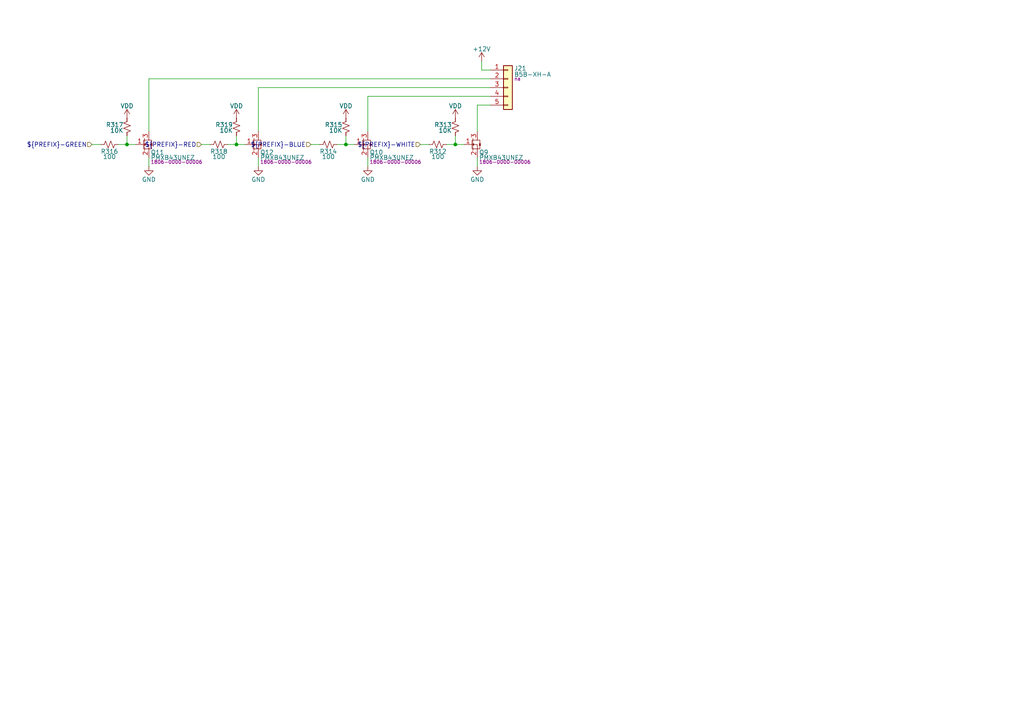
<source format=kicad_sch>
(kicad_sch
	(version 20250114)
	(generator "eeschema")
	(generator_version "9.0")
	(uuid "7bc1f2b6-a1f2-4269-8283-41e70cb464e3")
	(paper "A4")
	(title_block
		(title "Benchy Motherboard AM625 - Lighting RGBW Channel 3")
		(rev "REV1")
		(company "Daxxn Industries")
		(comment 4 "Small net labels (≤0.65) are for clarity and do not connect to other nets.")
	)
	(lib_symbols
		(symbol "DX_Connector_JST:B5B-XH-A"
			(pin_names
				(offset 1.016)
				(hide yes)
			)
			(exclude_from_sim no)
			(in_bom yes)
			(on_board yes)
			(property "Reference" "J"
				(at 1.778 5.588 0)
				(effects
					(font
						(size 1.27 1.27)
					)
					(justify left)
				)
			)
			(property "Value" "B5B-XH-A"
				(at 1.778 3.81 0)
				(effects
					(font
						(size 1.27 1.27)
					)
					(justify left)
				)
			)
			(property "Footprint" "Daxxn_Connectors_JST:B5B-XH-A"
				(at 0 10.16 0)
				(effects
					(font
						(size 1.27 1.27)
					)
					(hide yes)
				)
			)
			(property "Datasheet" "${DATASHEETS}/eXH.pdf"
				(at 0 13.208 0)
				(effects
					(font
						(size 1.27 1.27)
					)
					(hide yes)
				)
			)
			(property "Description" "Connector Header Through Hole 5 position 0.098\" (2.50mm)"
				(at 0 11.684 0)
				(effects
					(font
						(size 1.27 1.27)
					)
					(hide yes)
				)
			)
			(property "PartNumber" "na"
				(at 1.778 2.54 0)
				(effects
					(font
						(size 1 1)
					)
					(justify left)
				)
			)
			(property "ki_keywords" "connector jst xh"
				(at 0 0 0)
				(effects
					(font
						(size 1.27 1.27)
					)
					(hide yes)
				)
			)
			(property "ki_fp_filters" "Connector*:*_1x??_*"
				(at 0 0 0)
				(effects
					(font
						(size 1.27 1.27)
					)
					(hide yes)
				)
			)
			(symbol "B5B-XH-A_1_1"
				(rectangle
					(start -1.27 6.35)
					(end 1.27 -6.35)
					(stroke
						(width 0.254)
						(type default)
					)
					(fill
						(type background)
					)
				)
				(rectangle
					(start -1.27 5.207)
					(end 0 4.953)
					(stroke
						(width 0.1524)
						(type default)
					)
					(fill
						(type none)
					)
				)
				(rectangle
					(start -1.27 2.667)
					(end 0 2.413)
					(stroke
						(width 0.1524)
						(type default)
					)
					(fill
						(type none)
					)
				)
				(rectangle
					(start -1.27 0.127)
					(end 0 -0.127)
					(stroke
						(width 0.1524)
						(type default)
					)
					(fill
						(type none)
					)
				)
				(rectangle
					(start -1.27 -2.413)
					(end 0 -2.667)
					(stroke
						(width 0.1524)
						(type default)
					)
					(fill
						(type none)
					)
				)
				(rectangle
					(start -1.27 -4.953)
					(end 0 -5.207)
					(stroke
						(width 0.1524)
						(type default)
					)
					(fill
						(type none)
					)
				)
				(pin passive line
					(at -5.08 5.08 0)
					(length 3.81)
					(name "Pin_1"
						(effects
							(font
								(size 1.27 1.27)
							)
						)
					)
					(number "1"
						(effects
							(font
								(size 1.27 1.27)
							)
						)
					)
				)
				(pin passive line
					(at -5.08 2.54 0)
					(length 3.81)
					(name "Pin_2"
						(effects
							(font
								(size 1.27 1.27)
							)
						)
					)
					(number "2"
						(effects
							(font
								(size 1.27 1.27)
							)
						)
					)
				)
				(pin passive line
					(at -5.08 0 0)
					(length 3.81)
					(name "Pin_3"
						(effects
							(font
								(size 1.27 1.27)
							)
						)
					)
					(number "3"
						(effects
							(font
								(size 1.27 1.27)
							)
						)
					)
				)
				(pin passive line
					(at -5.08 -2.54 0)
					(length 3.81)
					(name "Pin_4"
						(effects
							(font
								(size 1.27 1.27)
							)
						)
					)
					(number "4"
						(effects
							(font
								(size 1.27 1.27)
							)
						)
					)
				)
				(pin passive line
					(at -5.08 -5.08 0)
					(length 3.81)
					(name "Pin_5"
						(effects
							(font
								(size 1.27 1.27)
							)
						)
					)
					(number "5"
						(effects
							(font
								(size 1.27 1.27)
							)
						)
					)
				)
			)
			(embedded_fonts no)
		)
		(symbol "DX_Resistor:RC0402JR-07100RL"
			(pin_numbers
				(hide yes)
			)
			(pin_names
				(offset 0.254)
				(hide yes)
			)
			(exclude_from_sim no)
			(in_bom yes)
			(on_board yes)
			(property "Reference" "R"
				(at 1.016 0.635 0)
				(effects
					(font
						(size 1.27 1.27)
					)
					(justify left)
				)
			)
			(property "Value" "100"
				(at 1.016 -1.016 0)
				(effects
					(font
						(size 1.27 1.27)
					)
					(justify left)
				)
			)
			(property "Footprint" "Daxxn_Standard_Resistors:RES_0402"
				(at 0 5.334 0)
				(effects
					(font
						(size 1.27 1.27)
					)
					(hide yes)
				)
			)
			(property "Datasheet" "${DATASHEETS}/RC-Series.pdf"
				(at 0 6.35 0)
				(effects
					(font
						(size 1.27 1.27)
					)
					(hide yes)
				)
			)
			(property "Description" "RES 100 OHM 5% 1/16W 0402"
				(at 0 3.81 0)
				(effects
					(font
						(size 1.27 1.27)
					)
					(hide yes)
				)
			)
			(property "PartNumber" "0204-0000-00011"
				(at 0 7.874 0)
				(effects
					(font
						(size 1.27 1.27)
					)
					(hide yes)
				)
			)
			(property "ki_keywords" "r resistor daxxn"
				(at 0 0 0)
				(effects
					(font
						(size 1.27 1.27)
					)
					(hide yes)
				)
			)
			(property "ki_fp_filters" "R_*"
				(at 0 0 0)
				(effects
					(font
						(size 1.27 1.27)
					)
					(hide yes)
				)
			)
			(symbol "RC0402JR-07100RL_1_1"
				(polyline
					(pts
						(xy 0 1.524) (xy 1.016 1.143) (xy 0 0.762) (xy -1.016 0.381) (xy 0 0)
					)
					(stroke
						(width 0)
						(type default)
					)
					(fill
						(type none)
					)
				)
				(polyline
					(pts
						(xy 0 0) (xy 1.016 -0.381) (xy 0 -0.762) (xy -1.016 -1.143) (xy 0 -1.524)
					)
					(stroke
						(width 0)
						(type default)
					)
					(fill
						(type none)
					)
				)
				(pin passive line
					(at 0 2.54 270)
					(length 1.016)
					(name "~"
						(effects
							(font
								(size 1.27 1.27)
							)
						)
					)
					(number "1"
						(effects
							(font
								(size 1.27 1.27)
							)
						)
					)
				)
				(pin passive line
					(at 0 -2.54 90)
					(length 1.016)
					(name "~"
						(effects
							(font
								(size 1.27 1.27)
							)
						)
					)
					(number "2"
						(effects
							(font
								(size 1.27 1.27)
							)
						)
					)
				)
			)
			(embedded_fonts no)
		)
		(symbol "DX_Resistor:RC0402JR-0710KL"
			(pin_numbers
				(hide yes)
			)
			(pin_names
				(offset 0.254)
				(hide yes)
			)
			(exclude_from_sim no)
			(in_bom yes)
			(on_board yes)
			(property "Reference" "R"
				(at 1.016 0.635 0)
				(effects
					(font
						(size 1.27 1.27)
					)
					(justify left)
				)
			)
			(property "Value" "10K"
				(at 1.016 -1.016 0)
				(effects
					(font
						(size 1.27 1.27)
					)
					(justify left)
				)
			)
			(property "Footprint" "Daxxn_Standard_Resistors:RES_0402"
				(at 0 5.334 0)
				(effects
					(font
						(size 1.27 1.27)
					)
					(hide yes)
				)
			)
			(property "Datasheet" "${DATASHEETS}/RC-Series.pdf"
				(at 0 6.35 0)
				(effects
					(font
						(size 1.27 1.27)
					)
					(hide yes)
				)
			)
			(property "Description" "RES 10K OHM 5% 1/16W 0402"
				(at 0 3.81 0)
				(effects
					(font
						(size 1.27 1.27)
					)
					(hide yes)
				)
			)
			(property "PartNumber" "0204-0000-00016"
				(at 0 8.128 0)
				(effects
					(font
						(size 1.27 1.27)
					)
					(hide yes)
				)
			)
			(property "ki_keywords" "r resistor daxxn"
				(at 0 0 0)
				(effects
					(font
						(size 1.27 1.27)
					)
					(hide yes)
				)
			)
			(property "ki_fp_filters" "R_*"
				(at 0 0 0)
				(effects
					(font
						(size 1.27 1.27)
					)
					(hide yes)
				)
			)
			(symbol "RC0402JR-0710KL_1_1"
				(polyline
					(pts
						(xy 0 1.524) (xy 1.016 1.143) (xy 0 0.762) (xy -1.016 0.381) (xy 0 0)
					)
					(stroke
						(width 0)
						(type default)
					)
					(fill
						(type none)
					)
				)
				(polyline
					(pts
						(xy 0 0) (xy 1.016 -0.381) (xy 0 -0.762) (xy -1.016 -1.143) (xy 0 -1.524)
					)
					(stroke
						(width 0)
						(type default)
					)
					(fill
						(type none)
					)
				)
				(pin passive line
					(at 0 2.54 270)
					(length 1.016)
					(name "~"
						(effects
							(font
								(size 1.27 1.27)
							)
						)
					)
					(number "1"
						(effects
							(font
								(size 1.27 1.27)
							)
						)
					)
				)
				(pin passive line
					(at 0 -2.54 90)
					(length 1.016)
					(name "~"
						(effects
							(font
								(size 1.27 1.27)
							)
						)
					)
					(number "2"
						(effects
							(font
								(size 1.27 1.27)
							)
						)
					)
				)
			)
			(embedded_fonts no)
		)
		(symbol "DX_Transistor_MOSFET:PMXB43UNEZ"
			(exclude_from_sim no)
			(in_bom yes)
			(on_board yes)
			(property "Reference" "Q"
				(at 2.794 1.778 0)
				(effects
					(font
						(size 1.27 1.27)
					)
					(justify left)
				)
			)
			(property "Value" "PMXB43UNEZ"
				(at 2.794 0 0)
				(effects
					(font
						(size 1.27 1.27)
					)
					(justify left)
				)
			)
			(property "Footprint" "Daxxn_Packages:DFN1010D-3"
				(at 1.27 8.382 0)
				(effects
					(font
						(size 1.27 1.27)
					)
					(hide yes)
				)
			)
			(property "Datasheet" "%LOCAL_DATASHEETS%/PMXB43UNE.pdf"
				(at 1.27 5.842 0)
				(effects
					(font
						(size 1.27 1.27)
					)
					(hide yes)
				)
			)
			(property "Description" "N-Channel 20 V 3.2A (Ta) 400mW (Ta), 8.33W (Tc) Surface Mount DFN1010D-3"
				(at 0 7.112 0)
				(effects
					(font
						(size 1.27 1.27)
					)
					(hide yes)
				)
			)
			(property "PartNumber" "1806-0000-00006"
				(at 2.794 -1.524 0)
				(effects
					(font
						(size 1 1)
					)
					(justify left)
				)
			)
			(property "ki_keywords" "n-ch mosfet fet"
				(at 0 0 0)
				(effects
					(font
						(size 1.27 1.27)
					)
					(hide yes)
				)
			)
			(symbol "PMXB43UNEZ_0_0"
				(pin input line
					(at -2.54 0 0)
					(length 2.25)
					(name "G"
						(effects
							(font
								(size 0 0)
							)
						)
					)
					(number "1"
						(effects
							(font
								(size 1.27 1.27)
							)
						)
					)
				)
				(pin bidirectional line
					(at 1.27 3.81 270)
					(length 2.54)
					(name "D"
						(effects
							(font
								(size 0 0)
							)
						)
					)
					(number "3"
						(effects
							(font
								(size 1.27 1.27)
							)
						)
					)
				)
				(pin bidirectional line
					(at 1.27 -3.81 90)
					(length 2.54)
					(name "S"
						(effects
							(font
								(size 0 0)
							)
						)
					)
					(number "2"
						(effects
							(font
								(size 1.27 1.27)
							)
						)
					)
				)
			)
			(symbol "PMXB43UNEZ_0_1"
				(polyline
					(pts
						(xy -0.254 -1.27) (xy -0.254 1.27)
					)
					(stroke
						(width 0)
						(type default)
					)
					(fill
						(type none)
					)
				)
				(polyline
					(pts
						(xy 0 1.778) (xy 0 0.762)
					)
					(stroke
						(width 0)
						(type default)
					)
					(fill
						(type none)
					)
				)
				(polyline
					(pts
						(xy 0 1.27) (xy 1.27 1.27) (xy 1.27 1.27)
					)
					(stroke
						(width 0)
						(type default)
					)
					(fill
						(type none)
					)
				)
				(polyline
					(pts
						(xy 0 0) (xy 0.254 0.254) (xy 0.254 -0.254) (xy 0 0)
					)
					(stroke
						(width 0)
						(type default)
					)
					(fill
						(type none)
					)
				)
				(polyline
					(pts
						(xy 0 -0.508) (xy 0 0.508)
					)
					(stroke
						(width 0)
						(type default)
					)
					(fill
						(type none)
					)
				)
				(polyline
					(pts
						(xy 0 -1.27) (xy 1.27 -1.27) (xy 1.27 -1.27)
					)
					(stroke
						(width 0)
						(type default)
					)
					(fill
						(type none)
					)
				)
				(polyline
					(pts
						(xy 0 -1.778) (xy 0 -0.762)
					)
					(stroke
						(width 0)
						(type default)
					)
					(fill
						(type none)
					)
				)
				(polyline
					(pts
						(xy 1.27 -1.27) (xy 1.27 0) (xy 0 0)
					)
					(stroke
						(width 0)
						(type default)
					)
					(fill
						(type none)
					)
				)
				(polyline
					(pts
						(xy 1.27 -1.27) (xy 2.032 -1.27) (xy 2.032 1.27) (xy 1.27 1.27)
					)
					(stroke
						(width 0)
						(type default)
					)
					(fill
						(type none)
					)
				)
				(polyline
					(pts
						(xy 1.778 0.254) (xy 2.286 0.254)
					)
					(stroke
						(width 0)
						(type default)
					)
					(fill
						(type none)
					)
				)
				(polyline
					(pts
						(xy 2.032 0.254) (xy 1.778 -0.254) (xy 2.286 -0.254) (xy 2.032 0.254)
					)
					(stroke
						(width 0)
						(type default)
					)
					(fill
						(type outline)
					)
				)
			)
			(embedded_fonts no)
		)
		(symbol "power:+12V"
			(power)
			(pin_numbers
				(hide yes)
			)
			(pin_names
				(offset 0)
				(hide yes)
			)
			(exclude_from_sim no)
			(in_bom yes)
			(on_board yes)
			(property "Reference" "#PWR"
				(at 0 -3.81 0)
				(effects
					(font
						(size 1.27 1.27)
					)
					(hide yes)
				)
			)
			(property "Value" "+12V"
				(at 0 3.556 0)
				(effects
					(font
						(size 1.27 1.27)
					)
				)
			)
			(property "Footprint" ""
				(at 0 0 0)
				(effects
					(font
						(size 1.27 1.27)
					)
					(hide yes)
				)
			)
			(property "Datasheet" ""
				(at 0 0 0)
				(effects
					(font
						(size 1.27 1.27)
					)
					(hide yes)
				)
			)
			(property "Description" "Power symbol creates a global label with name \"+12V\""
				(at 0 0 0)
				(effects
					(font
						(size 1.27 1.27)
					)
					(hide yes)
				)
			)
			(property "ki_keywords" "global power"
				(at 0 0 0)
				(effects
					(font
						(size 1.27 1.27)
					)
					(hide yes)
				)
			)
			(symbol "+12V_0_1"
				(polyline
					(pts
						(xy -0.762 1.27) (xy 0 2.54)
					)
					(stroke
						(width 0)
						(type default)
					)
					(fill
						(type none)
					)
				)
				(polyline
					(pts
						(xy 0 2.54) (xy 0.762 1.27)
					)
					(stroke
						(width 0)
						(type default)
					)
					(fill
						(type none)
					)
				)
				(polyline
					(pts
						(xy 0 0) (xy 0 2.54)
					)
					(stroke
						(width 0)
						(type default)
					)
					(fill
						(type none)
					)
				)
			)
			(symbol "+12V_1_1"
				(pin power_in line
					(at 0 0 90)
					(length 0)
					(name "~"
						(effects
							(font
								(size 1.27 1.27)
							)
						)
					)
					(number "1"
						(effects
							(font
								(size 1.27 1.27)
							)
						)
					)
				)
			)
			(embedded_fonts no)
		)
		(symbol "power:GND"
			(power)
			(pin_numbers
				(hide yes)
			)
			(pin_names
				(offset 0)
				(hide yes)
			)
			(exclude_from_sim no)
			(in_bom yes)
			(on_board yes)
			(property "Reference" "#PWR"
				(at 0 -6.35 0)
				(effects
					(font
						(size 1.27 1.27)
					)
					(hide yes)
				)
			)
			(property "Value" "GND"
				(at 0 -3.81 0)
				(effects
					(font
						(size 1.27 1.27)
					)
				)
			)
			(property "Footprint" ""
				(at 0 0 0)
				(effects
					(font
						(size 1.27 1.27)
					)
					(hide yes)
				)
			)
			(property "Datasheet" ""
				(at 0 0 0)
				(effects
					(font
						(size 1.27 1.27)
					)
					(hide yes)
				)
			)
			(property "Description" "Power symbol creates a global label with name \"GND\" , ground"
				(at 0 0 0)
				(effects
					(font
						(size 1.27 1.27)
					)
					(hide yes)
				)
			)
			(property "ki_keywords" "global power"
				(at 0 0 0)
				(effects
					(font
						(size 1.27 1.27)
					)
					(hide yes)
				)
			)
			(symbol "GND_0_1"
				(polyline
					(pts
						(xy 0 0) (xy 0 -1.27) (xy 1.27 -1.27) (xy 0 -2.54) (xy -1.27 -1.27) (xy 0 -1.27)
					)
					(stroke
						(width 0)
						(type default)
					)
					(fill
						(type none)
					)
				)
			)
			(symbol "GND_1_1"
				(pin power_in line
					(at 0 0 270)
					(length 0)
					(name "~"
						(effects
							(font
								(size 1.27 1.27)
							)
						)
					)
					(number "1"
						(effects
							(font
								(size 1.27 1.27)
							)
						)
					)
				)
			)
			(embedded_fonts no)
		)
		(symbol "power:VDD"
			(power)
			(pin_numbers
				(hide yes)
			)
			(pin_names
				(offset 0)
				(hide yes)
			)
			(exclude_from_sim no)
			(in_bom yes)
			(on_board yes)
			(property "Reference" "#PWR"
				(at 0 -3.81 0)
				(effects
					(font
						(size 1.27 1.27)
					)
					(hide yes)
				)
			)
			(property "Value" "VDD"
				(at 0 3.556 0)
				(effects
					(font
						(size 1.27 1.27)
					)
				)
			)
			(property "Footprint" ""
				(at 0 0 0)
				(effects
					(font
						(size 1.27 1.27)
					)
					(hide yes)
				)
			)
			(property "Datasheet" ""
				(at 0 0 0)
				(effects
					(font
						(size 1.27 1.27)
					)
					(hide yes)
				)
			)
			(property "Description" "Power symbol creates a global label with name \"VDD\""
				(at 0 0 0)
				(effects
					(font
						(size 1.27 1.27)
					)
					(hide yes)
				)
			)
			(property "ki_keywords" "global power"
				(at 0 0 0)
				(effects
					(font
						(size 1.27 1.27)
					)
					(hide yes)
				)
			)
			(symbol "VDD_0_1"
				(polyline
					(pts
						(xy -0.762 1.27) (xy 0 2.54)
					)
					(stroke
						(width 0)
						(type default)
					)
					(fill
						(type none)
					)
				)
				(polyline
					(pts
						(xy 0 2.54) (xy 0.762 1.27)
					)
					(stroke
						(width 0)
						(type default)
					)
					(fill
						(type none)
					)
				)
				(polyline
					(pts
						(xy 0 0) (xy 0 2.54)
					)
					(stroke
						(width 0)
						(type default)
					)
					(fill
						(type none)
					)
				)
			)
			(symbol "VDD_1_1"
				(pin power_in line
					(at 0 0 90)
					(length 0)
					(name "~"
						(effects
							(font
								(size 1.27 1.27)
							)
						)
					)
					(number "1"
						(effects
							(font
								(size 1.27 1.27)
							)
						)
					)
				)
			)
			(embedded_fonts no)
		)
	)
	(junction
		(at 36.83 41.91)
		(diameter 0)
		(color 0 0 0 0)
		(uuid "2a037154-1f38-41f8-a4d2-c99390c134e4")
	)
	(junction
		(at 132.08 41.91)
		(diameter 0)
		(color 0 0 0 0)
		(uuid "52965aa1-4484-436e-93e7-c727dc11bd14")
	)
	(junction
		(at 100.33 41.91)
		(diameter 0)
		(color 0 0 0 0)
		(uuid "cd320425-f725-4188-93f8-2f6ac8ff38d3")
	)
	(junction
		(at 68.58 41.91)
		(diameter 0)
		(color 0 0 0 0)
		(uuid "f28e6a72-a942-4140-8271-cc76aa60f0e5")
	)
	(wire
		(pts
			(xy 129.54 41.91) (xy 132.08 41.91)
		)
		(stroke
			(width 0)
			(type default)
		)
		(uuid "0ac52848-3246-487b-a95d-9ada01611586")
	)
	(wire
		(pts
			(xy 43.18 45.72) (xy 43.18 48.26)
		)
		(stroke
			(width 0)
			(type default)
		)
		(uuid "0d3cad57-ad30-4b8d-8052-fd4cc20f5670")
	)
	(wire
		(pts
			(xy 68.58 39.37) (xy 68.58 41.91)
		)
		(stroke
			(width 0)
			(type default)
		)
		(uuid "0e30dbc8-c5a8-41c9-9127-0725958fc1b4")
	)
	(wire
		(pts
			(xy 106.68 27.94) (xy 142.24 27.94)
		)
		(stroke
			(width 0)
			(type default)
		)
		(uuid "10f2f86e-557c-463f-9341-01708f88c62f")
	)
	(wire
		(pts
			(xy 68.58 41.91) (xy 71.12 41.91)
		)
		(stroke
			(width 0)
			(type default)
		)
		(uuid "25f97c0a-69a0-42d6-8df1-b5d24eaee8bf")
	)
	(wire
		(pts
			(xy 36.83 41.91) (xy 39.37 41.91)
		)
		(stroke
			(width 0)
			(type default)
		)
		(uuid "26fb1218-14f3-45f3-b64c-084b685eb2de")
	)
	(wire
		(pts
			(xy 58.42 41.91) (xy 60.96 41.91)
		)
		(stroke
			(width 0)
			(type default)
		)
		(uuid "2e668468-913b-4004-83a0-01e41600efa5")
	)
	(wire
		(pts
			(xy 138.43 45.72) (xy 138.43 48.26)
		)
		(stroke
			(width 0)
			(type default)
		)
		(uuid "2eb2a30a-a52d-4682-97c6-032c0df1fc82")
	)
	(wire
		(pts
			(xy 97.79 41.91) (xy 100.33 41.91)
		)
		(stroke
			(width 0)
			(type default)
		)
		(uuid "3c2d93d1-d667-4484-ae3d-d2e808c707b7")
	)
	(wire
		(pts
			(xy 34.29 41.91) (xy 36.83 41.91)
		)
		(stroke
			(width 0)
			(type default)
		)
		(uuid "3d26c0a4-435b-426a-a37b-68556f06de77")
	)
	(wire
		(pts
			(xy 100.33 39.37) (xy 100.33 41.91)
		)
		(stroke
			(width 0)
			(type default)
		)
		(uuid "4138a3f9-e0f9-4b0c-a441-5bedb0f25c36")
	)
	(wire
		(pts
			(xy 106.68 38.1) (xy 106.68 27.94)
		)
		(stroke
			(width 0)
			(type default)
		)
		(uuid "46e4022d-0131-47f8-bea4-1e5f26426447")
	)
	(wire
		(pts
			(xy 74.93 25.4) (xy 142.24 25.4)
		)
		(stroke
			(width 0)
			(type default)
		)
		(uuid "4b50c1c5-dccc-4468-bd45-d7d3008423ad")
	)
	(wire
		(pts
			(xy 26.67 41.91) (xy 29.21 41.91)
		)
		(stroke
			(width 0)
			(type default)
		)
		(uuid "6956dca8-cdcc-4a5e-aaa5-80e03ebc47cf")
	)
	(wire
		(pts
			(xy 121.92 41.91) (xy 124.46 41.91)
		)
		(stroke
			(width 0)
			(type default)
		)
		(uuid "6f27f10c-446e-455e-a796-53b366ae3f10")
	)
	(wire
		(pts
			(xy 43.18 22.86) (xy 43.18 38.1)
		)
		(stroke
			(width 0)
			(type default)
		)
		(uuid "7ec6061a-4f35-4372-820f-8ed3f49f5b6a")
	)
	(wire
		(pts
			(xy 66.04 41.91) (xy 68.58 41.91)
		)
		(stroke
			(width 0)
			(type default)
		)
		(uuid "835dee89-4398-4463-b2a4-a26135dbb332")
	)
	(wire
		(pts
			(xy 106.68 45.72) (xy 106.68 48.26)
		)
		(stroke
			(width 0)
			(type default)
		)
		(uuid "85ce2b19-c7d9-4bd4-ba4e-460a2bbfb3fc")
	)
	(wire
		(pts
			(xy 36.83 39.37) (xy 36.83 41.91)
		)
		(stroke
			(width 0)
			(type default)
		)
		(uuid "b9eefe92-81a3-4db4-a9a1-32f45c3e53fd")
	)
	(wire
		(pts
			(xy 142.24 22.86) (xy 43.18 22.86)
		)
		(stroke
			(width 0)
			(type default)
		)
		(uuid "c6623145-1051-40a6-9ed8-d28a10351ddb")
	)
	(wire
		(pts
			(xy 100.33 41.91) (xy 102.87 41.91)
		)
		(stroke
			(width 0)
			(type default)
		)
		(uuid "cb45d446-c5bd-4a61-a2b2-1d81287348e1")
	)
	(wire
		(pts
			(xy 138.43 30.48) (xy 142.24 30.48)
		)
		(stroke
			(width 0)
			(type default)
		)
		(uuid "d0361a4c-9eb3-482f-8db7-7a07dcc12dfa")
	)
	(wire
		(pts
			(xy 132.08 41.91) (xy 134.62 41.91)
		)
		(stroke
			(width 0)
			(type default)
		)
		(uuid "d0c7f993-854e-4268-8004-225da2c5b66c")
	)
	(wire
		(pts
			(xy 132.08 39.37) (xy 132.08 41.91)
		)
		(stroke
			(width 0)
			(type default)
		)
		(uuid "daecf87d-5a12-400a-aebd-b3e34335aaaa")
	)
	(wire
		(pts
			(xy 142.24 20.32) (xy 139.7 20.32)
		)
		(stroke
			(width 0)
			(type default)
		)
		(uuid "deb3b04b-5019-4a12-98ae-6b2f0d747595")
	)
	(wire
		(pts
			(xy 74.93 45.72) (xy 74.93 48.26)
		)
		(stroke
			(width 0)
			(type default)
		)
		(uuid "e2770868-1ec7-48a6-ae78-b013c20335ae")
	)
	(wire
		(pts
			(xy 138.43 38.1) (xy 138.43 30.48)
		)
		(stroke
			(width 0)
			(type default)
		)
		(uuid "e34edc75-fd0c-4371-8c60-521bc5862524")
	)
	(wire
		(pts
			(xy 139.7 17.78) (xy 139.7 20.32)
		)
		(stroke
			(width 0)
			(type default)
		)
		(uuid "e70aba15-39b1-4e1c-bde1-b1051a37f7e8")
	)
	(wire
		(pts
			(xy 90.17 41.91) (xy 92.71 41.91)
		)
		(stroke
			(width 0)
			(type default)
		)
		(uuid "e85b1d42-d68c-4ad4-aec7-dd91a4df8be1")
	)
	(wire
		(pts
			(xy 74.93 38.1) (xy 74.93 25.4)
		)
		(stroke
			(width 0)
			(type default)
		)
		(uuid "f05984bb-6132-4492-98ad-348ae29e866b")
	)
	(hierarchical_label "${PREFIX}-BLUE"
		(shape input)
		(at 90.17 41.91 180)
		(effects
			(font
				(size 1.27 1.27)
			)
			(justify right)
		)
		(uuid "15ba4dd6-da20-4241-a575-2d5898b8111d")
	)
	(hierarchical_label "${PREFIX}-WHITE"
		(shape input)
		(at 121.92 41.91 180)
		(effects
			(font
				(size 1.27 1.27)
			)
			(justify right)
		)
		(uuid "7c732ba2-cace-47bf-b551-3e57981c780c")
	)
	(hierarchical_label "${PREFIX}-RED"
		(shape input)
		(at 58.42 41.91 180)
		(effects
			(font
				(size 1.27 1.27)
			)
			(justify right)
		)
		(uuid "cafc3af0-4119-4a26-8ffd-5708c0f0d60e")
	)
	(hierarchical_label "${PREFIX}-GREEN"
		(shape input)
		(at 26.67 41.91 180)
		(effects
			(font
				(size 1.27 1.27)
			)
			(justify right)
		)
		(uuid "e11b93f0-06c9-4eb5-bef9-604cc3e76ad0")
	)
	(symbol
		(lib_id "DX_Resistor:RC0402JR-07100RL")
		(at 127 41.91 90)
		(unit 1)
		(exclude_from_sim no)
		(in_bom yes)
		(on_board yes)
		(dnp no)
		(uuid "07bc6c2a-2555-4118-85e4-f1041124d762")
		(property "Reference" "R312"
			(at 127 43.942 90)
			(effects
				(font
					(size 1.27 1.27)
				)
			)
		)
		(property "Value" "100"
			(at 127 45.466 90)
			(effects
				(font
					(size 1.27 1.27)
				)
			)
		)
		(property "Footprint" "Daxxn_Standard_Resistors:RES_0402"
			(at 121.666 41.91 0)
			(effects
				(font
					(size 1.27 1.27)
				)
				(hide yes)
			)
		)
		(property "Datasheet" "${DATASHEETS}/RC-Series.pdf"
			(at 120.65 41.91 0)
			(effects
				(font
					(size 1.27 1.27)
				)
				(hide yes)
			)
		)
		(property "Description" "RES 100 OHM 5% 1/16W 0402"
			(at 123.19 41.91 0)
			(effects
				(font
					(size 1.27 1.27)
				)
				(hide yes)
			)
		)
		(property "PartNumber" "0204-0000-00011"
			(at 119.126 41.91 0)
			(effects
				(font
					(size 1.27 1.27)
				)
				(hide yes)
			)
		)
		(pin "2"
			(uuid "8eeabfab-dfea-4811-9a53-d961a79dd297")
		)
		(pin "1"
			(uuid "976d133a-495a-4066-b1ce-f8c5fa715223")
		)
		(instances
			(project "BenchyMotherBoard-AM625"
				(path "/7184a1e6-58da-49c8-8a6c-ea31385ec956/8494b7c1-cb3d-49c1-ba37-1630d97ce06f/e3e042e0-cdd2-4f70-b6bb-f1837225dcdb"
					(reference "R312")
					(unit 1)
				)
			)
		)
	)
	(symbol
		(lib_id "DX_Resistor:RC0402JR-07100RL")
		(at 31.75 41.91 90)
		(unit 1)
		(exclude_from_sim no)
		(in_bom yes)
		(on_board yes)
		(dnp no)
		(uuid "0c5f039c-c9e7-434f-ad4b-71af9d6a2b44")
		(property "Reference" "R316"
			(at 31.75 43.942 90)
			(effects
				(font
					(size 1.27 1.27)
				)
			)
		)
		(property "Value" "100"
			(at 31.75 45.466 90)
			(effects
				(font
					(size 1.27 1.27)
				)
			)
		)
		(property "Footprint" "Daxxn_Standard_Resistors:RES_0402"
			(at 26.416 41.91 0)
			(effects
				(font
					(size 1.27 1.27)
				)
				(hide yes)
			)
		)
		(property "Datasheet" "${DATASHEETS}/RC-Series.pdf"
			(at 25.4 41.91 0)
			(effects
				(font
					(size 1.27 1.27)
				)
				(hide yes)
			)
		)
		(property "Description" "RES 100 OHM 5% 1/16W 0402"
			(at 27.94 41.91 0)
			(effects
				(font
					(size 1.27 1.27)
				)
				(hide yes)
			)
		)
		(property "PartNumber" "0204-0000-00011"
			(at 23.876 41.91 0)
			(effects
				(font
					(size 1.27 1.27)
				)
				(hide yes)
			)
		)
		(pin "2"
			(uuid "aa3e38e7-6e8e-45c2-9f3c-607297003a30")
		)
		(pin "1"
			(uuid "8b5dd3f5-6a42-414d-bc04-19e5a2d792d7")
		)
		(instances
			(project "BenchyMotherBoard-AM625"
				(path "/7184a1e6-58da-49c8-8a6c-ea31385ec956/8494b7c1-cb3d-49c1-ba37-1630d97ce06f/e3e042e0-cdd2-4f70-b6bb-f1837225dcdb"
					(reference "R316")
					(unit 1)
				)
			)
		)
	)
	(symbol
		(lib_id "power:VDD")
		(at 132.08 34.29 0)
		(unit 1)
		(exclude_from_sim no)
		(in_bom yes)
		(on_board yes)
		(dnp no)
		(uuid "0d0d4902-72e3-44a7-bf02-a88d802ea88f")
		(property "Reference" "#PWR0523"
			(at 132.08 38.1 0)
			(effects
				(font
					(size 1.27 1.27)
				)
				(hide yes)
			)
		)
		(property "Value" "VDD"
			(at 132.08 30.734 0)
			(effects
				(font
					(size 1.27 1.27)
				)
			)
		)
		(property "Footprint" ""
			(at 132.08 34.29 0)
			(effects
				(font
					(size 1.27 1.27)
				)
				(hide yes)
			)
		)
		(property "Datasheet" ""
			(at 132.08 34.29 0)
			(effects
				(font
					(size 1.27 1.27)
				)
				(hide yes)
			)
		)
		(property "Description" "Power symbol creates a global label with name \"VDD\""
			(at 132.08 34.29 0)
			(effects
				(font
					(size 1.27 1.27)
				)
				(hide yes)
			)
		)
		(pin "1"
			(uuid "76a08e9d-c8ab-4075-9f60-0ea43ac89af3")
		)
		(instances
			(project ""
				(path "/7184a1e6-58da-49c8-8a6c-ea31385ec956/8494b7c1-cb3d-49c1-ba37-1630d97ce06f/e3e042e0-cdd2-4f70-b6bb-f1837225dcdb"
					(reference "#PWR0523")
					(unit 1)
				)
			)
		)
	)
	(symbol
		(lib_id "DX_Transistor_MOSFET:PMXB43UNEZ")
		(at 105.41 41.91 0)
		(unit 1)
		(exclude_from_sim no)
		(in_bom yes)
		(on_board yes)
		(dnp no)
		(uuid "2a11caaa-2988-40d4-a6f8-fd45f0053bfc")
		(property "Reference" "Q10"
			(at 107.188 44.196 0)
			(effects
				(font
					(size 1.27 1.27)
				)
				(justify left)
			)
		)
		(property "Value" "PMXB43UNEZ"
			(at 107.188 45.72 0)
			(effects
				(font
					(size 1.27 1.27)
				)
				(justify left)
			)
		)
		(property "Footprint" "Daxxn_Packages:DFN1010D-3"
			(at 106.68 33.528 0)
			(effects
				(font
					(size 1.27 1.27)
				)
				(hide yes)
			)
		)
		(property "Datasheet" "%LOCAL_DATASHEETS%/PMXB43UNE.pdf"
			(at 106.68 36.068 0)
			(effects
				(font
					(size 1.27 1.27)
				)
				(hide yes)
			)
		)
		(property "Description" "N-Channel 20 V 3.2A (Ta) 400mW (Ta), 8.33W (Tc) Surface Mount DFN1010D-3"
			(at 105.41 34.798 0)
			(effects
				(font
					(size 1.27 1.27)
				)
				(hide yes)
			)
		)
		(property "PartNumber" "1806-0000-00006"
			(at 107.188 46.99 0)
			(effects
				(font
					(size 1 1)
				)
				(justify left)
			)
		)
		(pin "3"
			(uuid "74f4369b-41d8-4136-a0dc-5faaa5458f97")
		)
		(pin "1"
			(uuid "43f83090-7dd5-4daa-968f-b96893132c1e")
		)
		(pin "2"
			(uuid "a686885e-b068-40b2-8324-46d122903d20")
		)
		(instances
			(project "BenchyMotherBoard-AM625"
				(path "/7184a1e6-58da-49c8-8a6c-ea31385ec956/8494b7c1-cb3d-49c1-ba37-1630d97ce06f/e3e042e0-cdd2-4f70-b6bb-f1837225dcdb"
					(reference "Q10")
					(unit 1)
				)
			)
		)
	)
	(symbol
		(lib_id "power:VDD")
		(at 36.83 34.29 0)
		(unit 1)
		(exclude_from_sim no)
		(in_bom yes)
		(on_board yes)
		(dnp no)
		(uuid "34c50203-3949-462c-9cf8-a30b0fb78c16")
		(property "Reference" "#PWR0526"
			(at 36.83 38.1 0)
			(effects
				(font
					(size 1.27 1.27)
				)
				(hide yes)
			)
		)
		(property "Value" "VDD"
			(at 36.83 30.734 0)
			(effects
				(font
					(size 1.27 1.27)
				)
			)
		)
		(property "Footprint" ""
			(at 36.83 34.29 0)
			(effects
				(font
					(size 1.27 1.27)
				)
				(hide yes)
			)
		)
		(property "Datasheet" ""
			(at 36.83 34.29 0)
			(effects
				(font
					(size 1.27 1.27)
				)
				(hide yes)
			)
		)
		(property "Description" "Power symbol creates a global label with name \"VDD\""
			(at 36.83 34.29 0)
			(effects
				(font
					(size 1.27 1.27)
				)
				(hide yes)
			)
		)
		(pin "1"
			(uuid "67597a54-1725-4920-beb5-9404d8235b56")
		)
		(instances
			(project "BenchyMotherBoard-AM625"
				(path "/7184a1e6-58da-49c8-8a6c-ea31385ec956/8494b7c1-cb3d-49c1-ba37-1630d97ce06f/e3e042e0-cdd2-4f70-b6bb-f1837225dcdb"
					(reference "#PWR0526")
					(unit 1)
				)
			)
		)
	)
	(symbol
		(lib_id "power:GND")
		(at 74.93 48.26 0)
		(unit 1)
		(exclude_from_sim no)
		(in_bom yes)
		(on_board yes)
		(dnp no)
		(uuid "35558f2c-cefe-4642-a7a5-74a2763dd3a5")
		(property "Reference" "#PWR0488"
			(at 74.93 54.61 0)
			(effects
				(font
					(size 1.27 1.27)
				)
				(hide yes)
			)
		)
		(property "Value" "GND"
			(at 74.93 52.07 0)
			(effects
				(font
					(size 1.27 1.27)
				)
			)
		)
		(property "Footprint" ""
			(at 74.93 48.26 0)
			(effects
				(font
					(size 1.27 1.27)
				)
				(hide yes)
			)
		)
		(property "Datasheet" ""
			(at 74.93 48.26 0)
			(effects
				(font
					(size 1.27 1.27)
				)
				(hide yes)
			)
		)
		(property "Description" "Power symbol creates a global label with name \"GND\" , ground"
			(at 74.93 48.26 0)
			(effects
				(font
					(size 1.27 1.27)
				)
				(hide yes)
			)
		)
		(pin "1"
			(uuid "ad354f48-a521-42b1-848b-61ef190d663a")
		)
		(instances
			(project "BenchyMotherBoard-AM625"
				(path "/7184a1e6-58da-49c8-8a6c-ea31385ec956/8494b7c1-cb3d-49c1-ba37-1630d97ce06f/e3e042e0-cdd2-4f70-b6bb-f1837225dcdb"
					(reference "#PWR0488")
					(unit 1)
				)
			)
		)
	)
	(symbol
		(lib_id "power:VDD")
		(at 100.33 34.29 0)
		(unit 1)
		(exclude_from_sim no)
		(in_bom yes)
		(on_board yes)
		(dnp no)
		(uuid "3a988b48-6f06-48d3-ab1e-6d68eeeee107")
		(property "Reference" "#PWR0524"
			(at 100.33 38.1 0)
			(effects
				(font
					(size 1.27 1.27)
				)
				(hide yes)
			)
		)
		(property "Value" "VDD"
			(at 100.33 30.734 0)
			(effects
				(font
					(size 1.27 1.27)
				)
			)
		)
		(property "Footprint" ""
			(at 100.33 34.29 0)
			(effects
				(font
					(size 1.27 1.27)
				)
				(hide yes)
			)
		)
		(property "Datasheet" ""
			(at 100.33 34.29 0)
			(effects
				(font
					(size 1.27 1.27)
				)
				(hide yes)
			)
		)
		(property "Description" "Power symbol creates a global label with name \"VDD\""
			(at 100.33 34.29 0)
			(effects
				(font
					(size 1.27 1.27)
				)
				(hide yes)
			)
		)
		(pin "1"
			(uuid "738cb852-9a58-4595-8d85-c4ed3668e8ab")
		)
		(instances
			(project "BenchyMotherBoard-AM625"
				(path "/7184a1e6-58da-49c8-8a6c-ea31385ec956/8494b7c1-cb3d-49c1-ba37-1630d97ce06f/e3e042e0-cdd2-4f70-b6bb-f1837225dcdb"
					(reference "#PWR0524")
					(unit 1)
				)
			)
		)
	)
	(symbol
		(lib_id "DX_Resistor:RC0402JR-07100RL")
		(at 63.5 41.91 90)
		(unit 1)
		(exclude_from_sim no)
		(in_bom yes)
		(on_board yes)
		(dnp no)
		(uuid "4494ce7c-b9a9-4e4a-a9ae-ea066944f3cf")
		(property "Reference" "R318"
			(at 63.5 43.942 90)
			(effects
				(font
					(size 1.27 1.27)
				)
			)
		)
		(property "Value" "100"
			(at 63.5 45.466 90)
			(effects
				(font
					(size 1.27 1.27)
				)
			)
		)
		(property "Footprint" "Daxxn_Standard_Resistors:RES_0402"
			(at 58.166 41.91 0)
			(effects
				(font
					(size 1.27 1.27)
				)
				(hide yes)
			)
		)
		(property "Datasheet" "${DATASHEETS}/RC-Series.pdf"
			(at 57.15 41.91 0)
			(effects
				(font
					(size 1.27 1.27)
				)
				(hide yes)
			)
		)
		(property "Description" "RES 100 OHM 5% 1/16W 0402"
			(at 59.69 41.91 0)
			(effects
				(font
					(size 1.27 1.27)
				)
				(hide yes)
			)
		)
		(property "PartNumber" "0204-0000-00011"
			(at 55.626 41.91 0)
			(effects
				(font
					(size 1.27 1.27)
				)
				(hide yes)
			)
		)
		(pin "2"
			(uuid "e5cda6ba-95ed-400c-8176-f18ee554f00b")
		)
		(pin "1"
			(uuid "00621179-9635-4238-8b53-979a8b4212f7")
		)
		(instances
			(project "BenchyMotherBoard-AM625"
				(path "/7184a1e6-58da-49c8-8a6c-ea31385ec956/8494b7c1-cb3d-49c1-ba37-1630d97ce06f/e3e042e0-cdd2-4f70-b6bb-f1837225dcdb"
					(reference "R318")
					(unit 1)
				)
			)
		)
	)
	(symbol
		(lib_id "DX_Transistor_MOSFET:PMXB43UNEZ")
		(at 41.91 41.91 0)
		(unit 1)
		(exclude_from_sim no)
		(in_bom yes)
		(on_board yes)
		(dnp no)
		(uuid "4826b9d9-1c76-4c10-b1e1-900db454c0e4")
		(property "Reference" "Q11"
			(at 43.688 44.196 0)
			(effects
				(font
					(size 1.27 1.27)
				)
				(justify left)
			)
		)
		(property "Value" "PMXB43UNEZ"
			(at 43.688 45.72 0)
			(effects
				(font
					(size 1.27 1.27)
				)
				(justify left)
			)
		)
		(property "Footprint" "Daxxn_Packages:DFN1010D-3"
			(at 43.18 33.528 0)
			(effects
				(font
					(size 1.27 1.27)
				)
				(hide yes)
			)
		)
		(property "Datasheet" "%LOCAL_DATASHEETS%/PMXB43UNE.pdf"
			(at 43.18 36.068 0)
			(effects
				(font
					(size 1.27 1.27)
				)
				(hide yes)
			)
		)
		(property "Description" "N-Channel 20 V 3.2A (Ta) 400mW (Ta), 8.33W (Tc) Surface Mount DFN1010D-3"
			(at 41.91 34.798 0)
			(effects
				(font
					(size 1.27 1.27)
				)
				(hide yes)
			)
		)
		(property "PartNumber" "1806-0000-00006"
			(at 43.688 46.99 0)
			(effects
				(font
					(size 1 1)
				)
				(justify left)
			)
		)
		(pin "3"
			(uuid "09c90b8c-80ca-4bc2-9069-7de8bbe91275")
		)
		(pin "1"
			(uuid "d319ae61-d2f2-440e-8247-43035b46f7e8")
		)
		(pin "2"
			(uuid "ed623276-9f99-4989-b57d-80f8d24f46ed")
		)
		(instances
			(project "BenchyMotherBoard-AM625"
				(path "/7184a1e6-58da-49c8-8a6c-ea31385ec956/8494b7c1-cb3d-49c1-ba37-1630d97ce06f/e3e042e0-cdd2-4f70-b6bb-f1837225dcdb"
					(reference "Q11")
					(unit 1)
				)
			)
		)
	)
	(symbol
		(lib_id "DX_Resistor:RC0402JR-0710KL")
		(at 132.08 36.83 0)
		(mirror y)
		(unit 1)
		(exclude_from_sim no)
		(in_bom yes)
		(on_board yes)
		(dnp no)
		(uuid "51d3a005-0119-40c7-8189-5887edb667db")
		(property "Reference" "R313"
			(at 131.064 36.195 0)
			(effects
				(font
					(size 1.27 1.27)
				)
				(justify left)
			)
		)
		(property "Value" "10K"
			(at 131.064 37.846 0)
			(effects
				(font
					(size 1.27 1.27)
				)
				(justify left)
			)
		)
		(property "Footprint" "Daxxn_Standard_Resistors:RES_0402"
			(at 132.08 31.496 0)
			(effects
				(font
					(size 1.27 1.27)
				)
				(hide yes)
			)
		)
		(property "Datasheet" "${DATASHEETS}/RC-Series.pdf"
			(at 132.08 30.48 0)
			(effects
				(font
					(size 1.27 1.27)
				)
				(hide yes)
			)
		)
		(property "Description" "RES 10K OHM 5% 1/16W 0402"
			(at 132.08 33.02 0)
			(effects
				(font
					(size 1.27 1.27)
				)
				(hide yes)
			)
		)
		(property "PartNumber" "0204-0000-00016"
			(at 132.08 28.702 0)
			(effects
				(font
					(size 1.27 1.27)
				)
				(hide yes)
			)
		)
		(pin "2"
			(uuid "667a3437-4cbb-44d6-ba67-b043cf76a021")
		)
		(pin "1"
			(uuid "196934ed-cf3c-4b25-8caf-f9012997c13c")
		)
		(instances
			(project "BenchyMotherBoard-AM625"
				(path "/7184a1e6-58da-49c8-8a6c-ea31385ec956/8494b7c1-cb3d-49c1-ba37-1630d97ce06f/e3e042e0-cdd2-4f70-b6bb-f1837225dcdb"
					(reference "R313")
					(unit 1)
				)
			)
		)
	)
	(symbol
		(lib_id "DX_Resistor:RC0402JR-0710KL")
		(at 36.83 36.83 0)
		(mirror y)
		(unit 1)
		(exclude_from_sim no)
		(in_bom yes)
		(on_board yes)
		(dnp no)
		(uuid "72461080-c268-4373-82e7-c05cd71e514a")
		(property "Reference" "R317"
			(at 35.814 36.195 0)
			(effects
				(font
					(size 1.27 1.27)
				)
				(justify left)
			)
		)
		(property "Value" "10K"
			(at 35.814 37.846 0)
			(effects
				(font
					(size 1.27 1.27)
				)
				(justify left)
			)
		)
		(property "Footprint" "Daxxn_Standard_Resistors:RES_0402"
			(at 36.83 31.496 0)
			(effects
				(font
					(size 1.27 1.27)
				)
				(hide yes)
			)
		)
		(property "Datasheet" "${DATASHEETS}/RC-Series.pdf"
			(at 36.83 30.48 0)
			(effects
				(font
					(size 1.27 1.27)
				)
				(hide yes)
			)
		)
		(property "Description" "RES 10K OHM 5% 1/16W 0402"
			(at 36.83 33.02 0)
			(effects
				(font
					(size 1.27 1.27)
				)
				(hide yes)
			)
		)
		(property "PartNumber" "0204-0000-00016"
			(at 36.83 28.702 0)
			(effects
				(font
					(size 1.27 1.27)
				)
				(hide yes)
			)
		)
		(pin "2"
			(uuid "016526cb-23f3-4b57-8526-c9c87433f4fd")
		)
		(pin "1"
			(uuid "945ff498-5172-4894-a0af-630f9be87236")
		)
		(instances
			(project "BenchyMotherBoard-AM625"
				(path "/7184a1e6-58da-49c8-8a6c-ea31385ec956/8494b7c1-cb3d-49c1-ba37-1630d97ce06f/e3e042e0-cdd2-4f70-b6bb-f1837225dcdb"
					(reference "R317")
					(unit 1)
				)
			)
		)
	)
	(symbol
		(lib_id "DX_Resistor:RC0402JR-0710KL")
		(at 68.58 36.83 0)
		(mirror y)
		(unit 1)
		(exclude_from_sim no)
		(in_bom yes)
		(on_board yes)
		(dnp no)
		(uuid "72eba975-26e2-457d-975b-aa6eb0e656fd")
		(property "Reference" "R319"
			(at 67.564 36.195 0)
			(effects
				(font
					(size 1.27 1.27)
				)
				(justify left)
			)
		)
		(property "Value" "10K"
			(at 67.564 37.846 0)
			(effects
				(font
					(size 1.27 1.27)
				)
				(justify left)
			)
		)
		(property "Footprint" "Daxxn_Standard_Resistors:RES_0402"
			(at 68.58 31.496 0)
			(effects
				(font
					(size 1.27 1.27)
				)
				(hide yes)
			)
		)
		(property "Datasheet" "${DATASHEETS}/RC-Series.pdf"
			(at 68.58 30.48 0)
			(effects
				(font
					(size 1.27 1.27)
				)
				(hide yes)
			)
		)
		(property "Description" "RES 10K OHM 5% 1/16W 0402"
			(at 68.58 33.02 0)
			(effects
				(font
					(size 1.27 1.27)
				)
				(hide yes)
			)
		)
		(property "PartNumber" "0204-0000-00016"
			(at 68.58 28.702 0)
			(effects
				(font
					(size 1.27 1.27)
				)
				(hide yes)
			)
		)
		(pin "2"
			(uuid "0715076e-6c3d-49a1-8421-59854bef955e")
		)
		(pin "1"
			(uuid "f0b861e9-6c7f-4eec-9be0-95e5980e9ce7")
		)
		(instances
			(project "BenchyMotherBoard-AM625"
				(path "/7184a1e6-58da-49c8-8a6c-ea31385ec956/8494b7c1-cb3d-49c1-ba37-1630d97ce06f/e3e042e0-cdd2-4f70-b6bb-f1837225dcdb"
					(reference "R319")
					(unit 1)
				)
			)
		)
	)
	(symbol
		(lib_id "power:VDD")
		(at 68.58 34.29 0)
		(unit 1)
		(exclude_from_sim no)
		(in_bom yes)
		(on_board yes)
		(dnp no)
		(uuid "80cd8997-2f0f-462e-902f-fd8c2d4ae385")
		(property "Reference" "#PWR0525"
			(at 68.58 38.1 0)
			(effects
				(font
					(size 1.27 1.27)
				)
				(hide yes)
			)
		)
		(property "Value" "VDD"
			(at 68.58 30.734 0)
			(effects
				(font
					(size 1.27 1.27)
				)
			)
		)
		(property "Footprint" ""
			(at 68.58 34.29 0)
			(effects
				(font
					(size 1.27 1.27)
				)
				(hide yes)
			)
		)
		(property "Datasheet" ""
			(at 68.58 34.29 0)
			(effects
				(font
					(size 1.27 1.27)
				)
				(hide yes)
			)
		)
		(property "Description" "Power symbol creates a global label with name \"VDD\""
			(at 68.58 34.29 0)
			(effects
				(font
					(size 1.27 1.27)
				)
				(hide yes)
			)
		)
		(pin "1"
			(uuid "beba7388-d423-4f47-8973-d61772999f9b")
		)
		(instances
			(project "BenchyMotherBoard-AM625"
				(path "/7184a1e6-58da-49c8-8a6c-ea31385ec956/8494b7c1-cb3d-49c1-ba37-1630d97ce06f/e3e042e0-cdd2-4f70-b6bb-f1837225dcdb"
					(reference "#PWR0525")
					(unit 1)
				)
			)
		)
	)
	(symbol
		(lib_id "DX_Transistor_MOSFET:PMXB43UNEZ")
		(at 73.66 41.91 0)
		(unit 1)
		(exclude_from_sim no)
		(in_bom yes)
		(on_board yes)
		(dnp no)
		(uuid "8589c578-df43-43d8-8d28-47df304cb291")
		(property "Reference" "Q12"
			(at 75.438 44.196 0)
			(effects
				(font
					(size 1.27 1.27)
				)
				(justify left)
			)
		)
		(property "Value" "PMXB43UNEZ"
			(at 75.438 45.72 0)
			(effects
				(font
					(size 1.27 1.27)
				)
				(justify left)
			)
		)
		(property "Footprint" "Daxxn_Packages:DFN1010D-3"
			(at 74.93 33.528 0)
			(effects
				(font
					(size 1.27 1.27)
				)
				(hide yes)
			)
		)
		(property "Datasheet" "%LOCAL_DATASHEETS%/PMXB43UNE.pdf"
			(at 74.93 36.068 0)
			(effects
				(font
					(size 1.27 1.27)
				)
				(hide yes)
			)
		)
		(property "Description" "N-Channel 20 V 3.2A (Ta) 400mW (Ta), 8.33W (Tc) Surface Mount DFN1010D-3"
			(at 73.66 34.798 0)
			(effects
				(font
					(size 1.27 1.27)
				)
				(hide yes)
			)
		)
		(property "PartNumber" "1806-0000-00006"
			(at 75.438 46.99 0)
			(effects
				(font
					(size 1 1)
				)
				(justify left)
			)
		)
		(pin "3"
			(uuid "ab67645a-28ae-41ff-b3ea-0e4298c5d282")
		)
		(pin "1"
			(uuid "676653f0-89de-465b-b6da-87e85330d664")
		)
		(pin "2"
			(uuid "421dde5b-aa80-4316-ac94-9019b7bcd557")
		)
		(instances
			(project "BenchyMotherBoard-AM625"
				(path "/7184a1e6-58da-49c8-8a6c-ea31385ec956/8494b7c1-cb3d-49c1-ba37-1630d97ce06f/e3e042e0-cdd2-4f70-b6bb-f1837225dcdb"
					(reference "Q12")
					(unit 1)
				)
			)
		)
	)
	(symbol
		(lib_id "DX_Connector_JST:B5B-XH-A")
		(at 147.32 25.4 0)
		(unit 1)
		(exclude_from_sim no)
		(in_bom yes)
		(on_board yes)
		(dnp no)
		(uuid "98233e8e-855b-41a7-95c4-28344498935a")
		(property "Reference" "J21"
			(at 149.098 19.812 0)
			(effects
				(font
					(size 1.27 1.27)
				)
				(justify left)
			)
		)
		(property "Value" "B5B-XH-A"
			(at 149.098 21.59 0)
			(effects
				(font
					(size 1.27 1.27)
				)
				(justify left)
			)
		)
		(property "Footprint" "Daxxn_Connectors_JST:B5B-XH-A"
			(at 147.32 15.24 0)
			(effects
				(font
					(size 1.27 1.27)
				)
				(hide yes)
			)
		)
		(property "Datasheet" "${DATASHEETS}/eXH.pdf"
			(at 147.32 12.192 0)
			(effects
				(font
					(size 1.27 1.27)
				)
				(hide yes)
			)
		)
		(property "Description" "Connector Header Through Hole 5 position 0.098\" (2.50mm)"
			(at 147.32 13.716 0)
			(effects
				(font
					(size 1.27 1.27)
				)
				(hide yes)
			)
		)
		(property "PartNumber" "na"
			(at 149.098 22.86 0)
			(effects
				(font
					(size 1 1)
				)
				(justify left)
			)
		)
		(pin "4"
			(uuid "21498d07-3d4b-4630-add5-d474538969d5")
		)
		(pin "3"
			(uuid "49eeca0b-b876-45d4-b1d6-c52108587151")
		)
		(pin "1"
			(uuid "c00aed5a-1126-42ea-b527-df279e33cc85")
		)
		(pin "2"
			(uuid "b3f33be9-c14c-4633-b3e1-049d7fabd907")
		)
		(pin "5"
			(uuid "fb70918d-2653-4ea5-99f7-2eafb7d1f21f")
		)
		(instances
			(project ""
				(path "/7184a1e6-58da-49c8-8a6c-ea31385ec956/8494b7c1-cb3d-49c1-ba37-1630d97ce06f"
					(reference "J21")
					(unit 1)
				)
				(path "/7184a1e6-58da-49c8-8a6c-ea31385ec956/8494b7c1-cb3d-49c1-ba37-1630d97ce06f/cfe5824b-ca2a-44ec-b40d-02d009d78388"
					(reference "J21")
					(unit 1)
				)
				(path "/7184a1e6-58da-49c8-8a6c-ea31385ec956/8494b7c1-cb3d-49c1-ba37-1630d97ce06f/e3e042e0-cdd2-4f70-b6bb-f1837225dcdb"
					(reference "J21")
					(unit 1)
				)
			)
		)
	)
	(symbol
		(lib_id "power:+12V")
		(at 139.7 17.78 0)
		(unit 1)
		(exclude_from_sim no)
		(in_bom yes)
		(on_board yes)
		(dnp no)
		(uuid "a123bec4-ed76-4c1f-bad5-2311b0588f76")
		(property "Reference" "#PWR0482"
			(at 139.7 21.59 0)
			(effects
				(font
					(size 1.27 1.27)
				)
				(hide yes)
			)
		)
		(property "Value" "+12V"
			(at 139.7 14.224 0)
			(effects
				(font
					(size 1.27 1.27)
				)
			)
		)
		(property "Footprint" ""
			(at 139.7 17.78 0)
			(effects
				(font
					(size 1.27 1.27)
				)
				(hide yes)
			)
		)
		(property "Datasheet" ""
			(at 139.7 17.78 0)
			(effects
				(font
					(size 1.27 1.27)
				)
				(hide yes)
			)
		)
		(property "Description" "Power symbol creates a global label with name \"+12V\""
			(at 139.7 17.78 0)
			(effects
				(font
					(size 1.27 1.27)
				)
				(hide yes)
			)
		)
		(pin "1"
			(uuid "25e4e32d-c2ec-4c64-aa49-e85f302ce312")
		)
		(instances
			(project ""
				(path "/7184a1e6-58da-49c8-8a6c-ea31385ec956/8494b7c1-cb3d-49c1-ba37-1630d97ce06f"
					(reference "#PWR0482")
					(unit 1)
				)
				(path "/7184a1e6-58da-49c8-8a6c-ea31385ec956/8494b7c1-cb3d-49c1-ba37-1630d97ce06f/cfe5824b-ca2a-44ec-b40d-02d009d78388"
					(reference "#PWR0482")
					(unit 1)
				)
				(path "/7184a1e6-58da-49c8-8a6c-ea31385ec956/8494b7c1-cb3d-49c1-ba37-1630d97ce06f/e3e042e0-cdd2-4f70-b6bb-f1837225dcdb"
					(reference "#PWR0482")
					(unit 1)
				)
			)
		)
	)
	(symbol
		(lib_id "power:GND")
		(at 43.18 48.26 0)
		(unit 1)
		(exclude_from_sim no)
		(in_bom yes)
		(on_board yes)
		(dnp no)
		(uuid "bb6ac4dd-bc6b-4f73-8205-71d48bc1b6f2")
		(property "Reference" "#PWR0487"
			(at 43.18 54.61 0)
			(effects
				(font
					(size 1.27 1.27)
				)
				(hide yes)
			)
		)
		(property "Value" "GND"
			(at 43.18 52.07 0)
			(effects
				(font
					(size 1.27 1.27)
				)
			)
		)
		(property "Footprint" ""
			(at 43.18 48.26 0)
			(effects
				(font
					(size 1.27 1.27)
				)
				(hide yes)
			)
		)
		(property "Datasheet" ""
			(at 43.18 48.26 0)
			(effects
				(font
					(size 1.27 1.27)
				)
				(hide yes)
			)
		)
		(property "Description" "Power symbol creates a global label with name \"GND\" , ground"
			(at 43.18 48.26 0)
			(effects
				(font
					(size 1.27 1.27)
				)
				(hide yes)
			)
		)
		(pin "1"
			(uuid "e8fee222-899e-48be-be18-cef9e69ac33d")
		)
		(instances
			(project "BenchyMotherBoard-AM625"
				(path "/7184a1e6-58da-49c8-8a6c-ea31385ec956/8494b7c1-cb3d-49c1-ba37-1630d97ce06f/e3e042e0-cdd2-4f70-b6bb-f1837225dcdb"
					(reference "#PWR0487")
					(unit 1)
				)
			)
		)
	)
	(symbol
		(lib_id "DX_Resistor:RC0402JR-0710KL")
		(at 100.33 36.83 0)
		(mirror y)
		(unit 1)
		(exclude_from_sim no)
		(in_bom yes)
		(on_board yes)
		(dnp no)
		(uuid "c0ab4dc0-2e24-4368-a2ce-902d1301e00f")
		(property "Reference" "R315"
			(at 99.314 36.195 0)
			(effects
				(font
					(size 1.27 1.27)
				)
				(justify left)
			)
		)
		(property "Value" "10K"
			(at 99.314 37.846 0)
			(effects
				(font
					(size 1.27 1.27)
				)
				(justify left)
			)
		)
		(property "Footprint" "Daxxn_Standard_Resistors:RES_0402"
			(at 100.33 31.496 0)
			(effects
				(font
					(size 1.27 1.27)
				)
				(hide yes)
			)
		)
		(property "Datasheet" "${DATASHEETS}/RC-Series.pdf"
			(at 100.33 30.48 0)
			(effects
				(font
					(size 1.27 1.27)
				)
				(hide yes)
			)
		)
		(property "Description" "RES 10K OHM 5% 1/16W 0402"
			(at 100.33 33.02 0)
			(effects
				(font
					(size 1.27 1.27)
				)
				(hide yes)
			)
		)
		(property "PartNumber" "0204-0000-00016"
			(at 100.33 28.702 0)
			(effects
				(font
					(size 1.27 1.27)
				)
				(hide yes)
			)
		)
		(pin "2"
			(uuid "ac254428-4963-442e-a2fd-b542964e6318")
		)
		(pin "1"
			(uuid "298e9274-f0be-4351-87a7-ff78611428eb")
		)
		(instances
			(project "BenchyMotherBoard-AM625"
				(path "/7184a1e6-58da-49c8-8a6c-ea31385ec956/8494b7c1-cb3d-49c1-ba37-1630d97ce06f/e3e042e0-cdd2-4f70-b6bb-f1837225dcdb"
					(reference "R315")
					(unit 1)
				)
			)
		)
	)
	(symbol
		(lib_id "power:GND")
		(at 106.68 48.26 0)
		(unit 1)
		(exclude_from_sim no)
		(in_bom yes)
		(on_board yes)
		(dnp no)
		(uuid "d6eedba8-23f4-4aa7-9abd-9bc6bb4e5583")
		(property "Reference" "#PWR0486"
			(at 106.68 54.61 0)
			(effects
				(font
					(size 1.27 1.27)
				)
				(hide yes)
			)
		)
		(property "Value" "GND"
			(at 106.68 52.07 0)
			(effects
				(font
					(size 1.27 1.27)
				)
			)
		)
		(property "Footprint" ""
			(at 106.68 48.26 0)
			(effects
				(font
					(size 1.27 1.27)
				)
				(hide yes)
			)
		)
		(property "Datasheet" ""
			(at 106.68 48.26 0)
			(effects
				(font
					(size 1.27 1.27)
				)
				(hide yes)
			)
		)
		(property "Description" "Power symbol creates a global label with name \"GND\" , ground"
			(at 106.68 48.26 0)
			(effects
				(font
					(size 1.27 1.27)
				)
				(hide yes)
			)
		)
		(pin "1"
			(uuid "72084cfa-fc06-489a-9d5f-efbd54c5eb08")
		)
		(instances
			(project "BenchyMotherBoard-AM625"
				(path "/7184a1e6-58da-49c8-8a6c-ea31385ec956/8494b7c1-cb3d-49c1-ba37-1630d97ce06f/e3e042e0-cdd2-4f70-b6bb-f1837225dcdb"
					(reference "#PWR0486")
					(unit 1)
				)
			)
		)
	)
	(symbol
		(lib_id "DX_Resistor:RC0402JR-07100RL")
		(at 95.25 41.91 90)
		(unit 1)
		(exclude_from_sim no)
		(in_bom yes)
		(on_board yes)
		(dnp no)
		(uuid "e48b06d7-6d2c-4c61-947b-c151ec0ecc21")
		(property "Reference" "R314"
			(at 95.25 43.942 90)
			(effects
				(font
					(size 1.27 1.27)
				)
			)
		)
		(property "Value" "100"
			(at 95.25 45.466 90)
			(effects
				(font
					(size 1.27 1.27)
				)
			)
		)
		(property "Footprint" "Daxxn_Standard_Resistors:RES_0402"
			(at 89.916 41.91 0)
			(effects
				(font
					(size 1.27 1.27)
				)
				(hide yes)
			)
		)
		(property "Datasheet" "${DATASHEETS}/RC-Series.pdf"
			(at 88.9 41.91 0)
			(effects
				(font
					(size 1.27 1.27)
				)
				(hide yes)
			)
		)
		(property "Description" "RES 100 OHM 5% 1/16W 0402"
			(at 91.44 41.91 0)
			(effects
				(font
					(size 1.27 1.27)
				)
				(hide yes)
			)
		)
		(property "PartNumber" "0204-0000-00011"
			(at 87.376 41.91 0)
			(effects
				(font
					(size 1.27 1.27)
				)
				(hide yes)
			)
		)
		(pin "2"
			(uuid "f837abf2-ac76-4908-be8b-1cb4cf9d7c47")
		)
		(pin "1"
			(uuid "c31b469c-e15b-43d2-845d-82c35bb8516e")
		)
		(instances
			(project "BenchyMotherBoard-AM625"
				(path "/7184a1e6-58da-49c8-8a6c-ea31385ec956/8494b7c1-cb3d-49c1-ba37-1630d97ce06f/e3e042e0-cdd2-4f70-b6bb-f1837225dcdb"
					(reference "R314")
					(unit 1)
				)
			)
		)
	)
	(symbol
		(lib_id "power:GND")
		(at 138.43 48.26 0)
		(unit 1)
		(exclude_from_sim no)
		(in_bom yes)
		(on_board yes)
		(dnp no)
		(uuid "e8787d41-b0f6-40d9-a1fd-1dccccd286bd")
		(property "Reference" "#PWR0485"
			(at 138.43 54.61 0)
			(effects
				(font
					(size 1.27 1.27)
				)
				(hide yes)
			)
		)
		(property "Value" "GND"
			(at 138.43 52.07 0)
			(effects
				(font
					(size 1.27 1.27)
				)
			)
		)
		(property "Footprint" ""
			(at 138.43 48.26 0)
			(effects
				(font
					(size 1.27 1.27)
				)
				(hide yes)
			)
		)
		(property "Datasheet" ""
			(at 138.43 48.26 0)
			(effects
				(font
					(size 1.27 1.27)
				)
				(hide yes)
			)
		)
		(property "Description" "Power symbol creates a global label with name \"GND\" , ground"
			(at 138.43 48.26 0)
			(effects
				(font
					(size 1.27 1.27)
				)
				(hide yes)
			)
		)
		(pin "1"
			(uuid "57d0f9dd-335b-4d7a-9e54-a1e2ea15fdfa")
		)
		(instances
			(project "BenchyMotherBoard-AM625"
				(path "/7184a1e6-58da-49c8-8a6c-ea31385ec956/8494b7c1-cb3d-49c1-ba37-1630d97ce06f/e3e042e0-cdd2-4f70-b6bb-f1837225dcdb"
					(reference "#PWR0485")
					(unit 1)
				)
			)
		)
	)
	(symbol
		(lib_id "DX_Transistor_MOSFET:PMXB43UNEZ")
		(at 137.16 41.91 0)
		(unit 1)
		(exclude_from_sim no)
		(in_bom yes)
		(on_board yes)
		(dnp no)
		(uuid "f42d0d27-80be-48b3-92a9-32f5cec92448")
		(property "Reference" "Q9"
			(at 138.938 44.196 0)
			(effects
				(font
					(size 1.27 1.27)
				)
				(justify left)
			)
		)
		(property "Value" "PMXB43UNEZ"
			(at 138.938 45.72 0)
			(effects
				(font
					(size 1.27 1.27)
				)
				(justify left)
			)
		)
		(property "Footprint" "Daxxn_Packages:DFN1010D-3"
			(at 138.43 33.528 0)
			(effects
				(font
					(size 1.27 1.27)
				)
				(hide yes)
			)
		)
		(property "Datasheet" "%LOCAL_DATASHEETS%/PMXB43UNE.pdf"
			(at 138.43 36.068 0)
			(effects
				(font
					(size 1.27 1.27)
				)
				(hide yes)
			)
		)
		(property "Description" "N-Channel 20 V 3.2A (Ta) 400mW (Ta), 8.33W (Tc) Surface Mount DFN1010D-3"
			(at 137.16 34.798 0)
			(effects
				(font
					(size 1.27 1.27)
				)
				(hide yes)
			)
		)
		(property "PartNumber" "1806-0000-00006"
			(at 138.938 46.99 0)
			(effects
				(font
					(size 1 1)
				)
				(justify left)
			)
		)
		(pin "3"
			(uuid "9abf4ce9-a156-414d-90f2-d3c5a0618886")
		)
		(pin "1"
			(uuid "c191ba40-1c00-4345-a739-c4e9240ca5fb")
		)
		(pin "2"
			(uuid "dac9bc8d-719c-4558-a990-404110bf5152")
		)
		(instances
			(project "BenchyMotherBoard-AM625"
				(path "/7184a1e6-58da-49c8-8a6c-ea31385ec956/8494b7c1-cb3d-49c1-ba37-1630d97ce06f/e3e042e0-cdd2-4f70-b6bb-f1837225dcdb"
					(reference "Q9")
					(unit 1)
				)
			)
		)
	)
)

</source>
